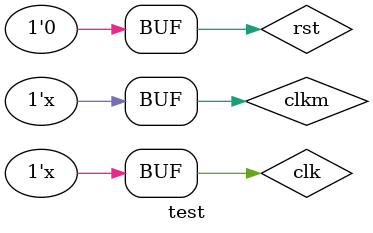
<source format=v>
`timescale 1ns / 1ps


module test;

	// Inputs
	reg rst;
	reg clk;
	reg clkm;

	// Outputs
	wire zf;
	wire of;
	wire [31:0] F;
	wire [31:0] M_R_Data;
	wire [31:0] PC;

	// Instantiate the Unit Under Test (UUT)
	R_I_J uut (
		.rst(rst), 
		.clk(clk), 
		.clkm(clkm), 
		.zf(zf), 
		.of(of), 
		.F(F), 
		.M_R_Data(M_R_Data), 
		.PC(PC)
	);

	initial begin
		// Initialize Inputs
		rst = 0;
		clk = 0;
		clkm = 0;

		// Wait 100 ns for global reset to finish
		#100;
        
		// Add stimulus here

	end
      always #2 clkm = ~clkm;
		always #10 clk=~clk;
endmodule


</source>
